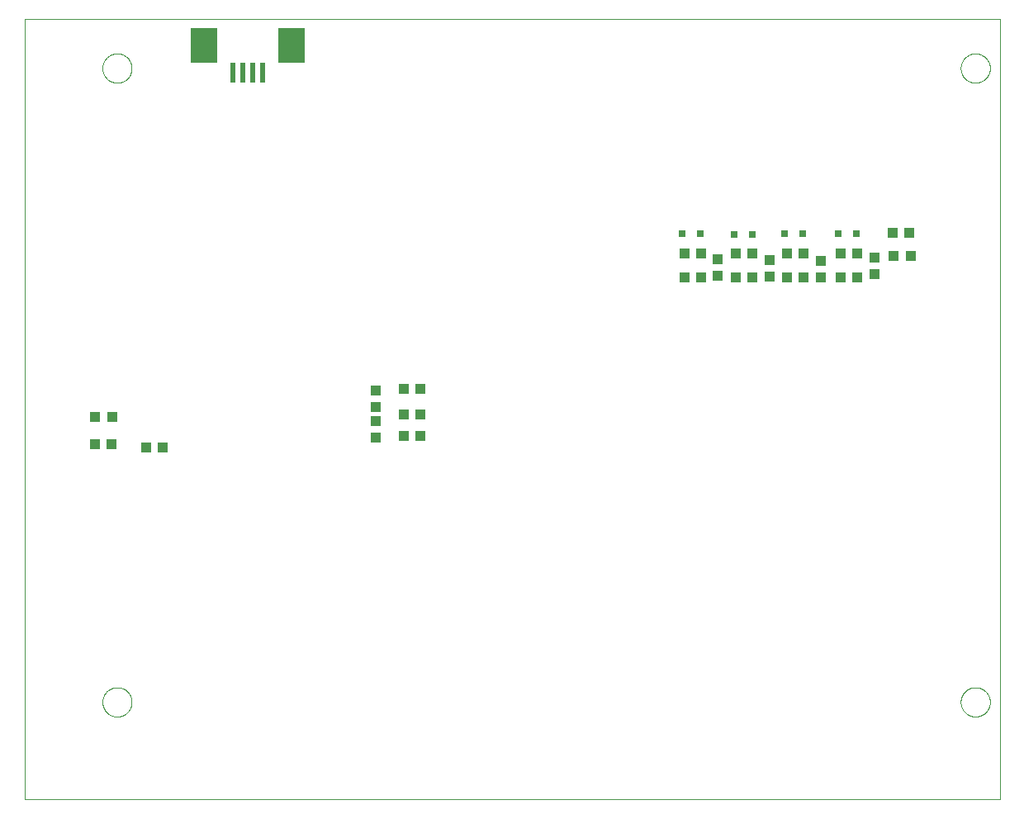
<source format=gbp>
G75*
%MOIN*%
%OFA0B0*%
%FSLAX25Y25*%
%IPPOS*%
%LPD*%
%AMOC8*
5,1,8,0,0,1.08239X$1,22.5*
%
%ADD10C,0.00000*%
%ADD11R,0.03937X0.04331*%
%ADD12R,0.04331X0.03937*%
%ADD13R,0.02400X0.07900*%
%ADD14R,0.10500X0.14200*%
%ADD15R,0.03000X0.02800*%
D10*
X0008551Y0007554D02*
X0008551Y0322514D01*
X0402252Y0322514D01*
X0402252Y0007554D01*
X0008551Y0007554D01*
X0040047Y0046924D02*
X0040049Y0047077D01*
X0040055Y0047231D01*
X0040065Y0047384D01*
X0040079Y0047536D01*
X0040097Y0047689D01*
X0040119Y0047840D01*
X0040144Y0047991D01*
X0040174Y0048142D01*
X0040208Y0048292D01*
X0040245Y0048440D01*
X0040286Y0048588D01*
X0040331Y0048734D01*
X0040380Y0048880D01*
X0040433Y0049024D01*
X0040489Y0049166D01*
X0040549Y0049307D01*
X0040613Y0049447D01*
X0040680Y0049585D01*
X0040751Y0049721D01*
X0040826Y0049855D01*
X0040903Y0049987D01*
X0040985Y0050117D01*
X0041069Y0050245D01*
X0041157Y0050371D01*
X0041248Y0050494D01*
X0041342Y0050615D01*
X0041440Y0050733D01*
X0041540Y0050849D01*
X0041644Y0050962D01*
X0041750Y0051073D01*
X0041859Y0051181D01*
X0041971Y0051286D01*
X0042085Y0051387D01*
X0042203Y0051486D01*
X0042322Y0051582D01*
X0042444Y0051675D01*
X0042569Y0051764D01*
X0042696Y0051851D01*
X0042825Y0051933D01*
X0042956Y0052013D01*
X0043089Y0052089D01*
X0043224Y0052162D01*
X0043361Y0052231D01*
X0043500Y0052296D01*
X0043640Y0052358D01*
X0043782Y0052416D01*
X0043925Y0052471D01*
X0044070Y0052522D01*
X0044216Y0052569D01*
X0044363Y0052612D01*
X0044511Y0052651D01*
X0044660Y0052687D01*
X0044810Y0052718D01*
X0044961Y0052746D01*
X0045112Y0052770D01*
X0045265Y0052790D01*
X0045417Y0052806D01*
X0045570Y0052818D01*
X0045723Y0052826D01*
X0045876Y0052830D01*
X0046030Y0052830D01*
X0046183Y0052826D01*
X0046336Y0052818D01*
X0046489Y0052806D01*
X0046641Y0052790D01*
X0046794Y0052770D01*
X0046945Y0052746D01*
X0047096Y0052718D01*
X0047246Y0052687D01*
X0047395Y0052651D01*
X0047543Y0052612D01*
X0047690Y0052569D01*
X0047836Y0052522D01*
X0047981Y0052471D01*
X0048124Y0052416D01*
X0048266Y0052358D01*
X0048406Y0052296D01*
X0048545Y0052231D01*
X0048682Y0052162D01*
X0048817Y0052089D01*
X0048950Y0052013D01*
X0049081Y0051933D01*
X0049210Y0051851D01*
X0049337Y0051764D01*
X0049462Y0051675D01*
X0049584Y0051582D01*
X0049703Y0051486D01*
X0049821Y0051387D01*
X0049935Y0051286D01*
X0050047Y0051181D01*
X0050156Y0051073D01*
X0050262Y0050962D01*
X0050366Y0050849D01*
X0050466Y0050733D01*
X0050564Y0050615D01*
X0050658Y0050494D01*
X0050749Y0050371D01*
X0050837Y0050245D01*
X0050921Y0050117D01*
X0051003Y0049987D01*
X0051080Y0049855D01*
X0051155Y0049721D01*
X0051226Y0049585D01*
X0051293Y0049447D01*
X0051357Y0049307D01*
X0051417Y0049166D01*
X0051473Y0049024D01*
X0051526Y0048880D01*
X0051575Y0048734D01*
X0051620Y0048588D01*
X0051661Y0048440D01*
X0051698Y0048292D01*
X0051732Y0048142D01*
X0051762Y0047991D01*
X0051787Y0047840D01*
X0051809Y0047689D01*
X0051827Y0047536D01*
X0051841Y0047384D01*
X0051851Y0047231D01*
X0051857Y0047077D01*
X0051859Y0046924D01*
X0051857Y0046771D01*
X0051851Y0046617D01*
X0051841Y0046464D01*
X0051827Y0046312D01*
X0051809Y0046159D01*
X0051787Y0046008D01*
X0051762Y0045857D01*
X0051732Y0045706D01*
X0051698Y0045556D01*
X0051661Y0045408D01*
X0051620Y0045260D01*
X0051575Y0045114D01*
X0051526Y0044968D01*
X0051473Y0044824D01*
X0051417Y0044682D01*
X0051357Y0044541D01*
X0051293Y0044401D01*
X0051226Y0044263D01*
X0051155Y0044127D01*
X0051080Y0043993D01*
X0051003Y0043861D01*
X0050921Y0043731D01*
X0050837Y0043603D01*
X0050749Y0043477D01*
X0050658Y0043354D01*
X0050564Y0043233D01*
X0050466Y0043115D01*
X0050366Y0042999D01*
X0050262Y0042886D01*
X0050156Y0042775D01*
X0050047Y0042667D01*
X0049935Y0042562D01*
X0049821Y0042461D01*
X0049703Y0042362D01*
X0049584Y0042266D01*
X0049462Y0042173D01*
X0049337Y0042084D01*
X0049210Y0041997D01*
X0049081Y0041915D01*
X0048950Y0041835D01*
X0048817Y0041759D01*
X0048682Y0041686D01*
X0048545Y0041617D01*
X0048406Y0041552D01*
X0048266Y0041490D01*
X0048124Y0041432D01*
X0047981Y0041377D01*
X0047836Y0041326D01*
X0047690Y0041279D01*
X0047543Y0041236D01*
X0047395Y0041197D01*
X0047246Y0041161D01*
X0047096Y0041130D01*
X0046945Y0041102D01*
X0046794Y0041078D01*
X0046641Y0041058D01*
X0046489Y0041042D01*
X0046336Y0041030D01*
X0046183Y0041022D01*
X0046030Y0041018D01*
X0045876Y0041018D01*
X0045723Y0041022D01*
X0045570Y0041030D01*
X0045417Y0041042D01*
X0045265Y0041058D01*
X0045112Y0041078D01*
X0044961Y0041102D01*
X0044810Y0041130D01*
X0044660Y0041161D01*
X0044511Y0041197D01*
X0044363Y0041236D01*
X0044216Y0041279D01*
X0044070Y0041326D01*
X0043925Y0041377D01*
X0043782Y0041432D01*
X0043640Y0041490D01*
X0043500Y0041552D01*
X0043361Y0041617D01*
X0043224Y0041686D01*
X0043089Y0041759D01*
X0042956Y0041835D01*
X0042825Y0041915D01*
X0042696Y0041997D01*
X0042569Y0042084D01*
X0042444Y0042173D01*
X0042322Y0042266D01*
X0042203Y0042362D01*
X0042085Y0042461D01*
X0041971Y0042562D01*
X0041859Y0042667D01*
X0041750Y0042775D01*
X0041644Y0042886D01*
X0041540Y0042999D01*
X0041440Y0043115D01*
X0041342Y0043233D01*
X0041248Y0043354D01*
X0041157Y0043477D01*
X0041069Y0043603D01*
X0040985Y0043731D01*
X0040903Y0043861D01*
X0040826Y0043993D01*
X0040751Y0044127D01*
X0040680Y0044263D01*
X0040613Y0044401D01*
X0040549Y0044541D01*
X0040489Y0044682D01*
X0040433Y0044824D01*
X0040380Y0044968D01*
X0040331Y0045114D01*
X0040286Y0045260D01*
X0040245Y0045408D01*
X0040208Y0045556D01*
X0040174Y0045706D01*
X0040144Y0045857D01*
X0040119Y0046008D01*
X0040097Y0046159D01*
X0040079Y0046312D01*
X0040065Y0046464D01*
X0040055Y0046617D01*
X0040049Y0046771D01*
X0040047Y0046924D01*
X0040047Y0302829D02*
X0040049Y0302982D01*
X0040055Y0303136D01*
X0040065Y0303289D01*
X0040079Y0303441D01*
X0040097Y0303594D01*
X0040119Y0303745D01*
X0040144Y0303896D01*
X0040174Y0304047D01*
X0040208Y0304197D01*
X0040245Y0304345D01*
X0040286Y0304493D01*
X0040331Y0304639D01*
X0040380Y0304785D01*
X0040433Y0304929D01*
X0040489Y0305071D01*
X0040549Y0305212D01*
X0040613Y0305352D01*
X0040680Y0305490D01*
X0040751Y0305626D01*
X0040826Y0305760D01*
X0040903Y0305892D01*
X0040985Y0306022D01*
X0041069Y0306150D01*
X0041157Y0306276D01*
X0041248Y0306399D01*
X0041342Y0306520D01*
X0041440Y0306638D01*
X0041540Y0306754D01*
X0041644Y0306867D01*
X0041750Y0306978D01*
X0041859Y0307086D01*
X0041971Y0307191D01*
X0042085Y0307292D01*
X0042203Y0307391D01*
X0042322Y0307487D01*
X0042444Y0307580D01*
X0042569Y0307669D01*
X0042696Y0307756D01*
X0042825Y0307838D01*
X0042956Y0307918D01*
X0043089Y0307994D01*
X0043224Y0308067D01*
X0043361Y0308136D01*
X0043500Y0308201D01*
X0043640Y0308263D01*
X0043782Y0308321D01*
X0043925Y0308376D01*
X0044070Y0308427D01*
X0044216Y0308474D01*
X0044363Y0308517D01*
X0044511Y0308556D01*
X0044660Y0308592D01*
X0044810Y0308623D01*
X0044961Y0308651D01*
X0045112Y0308675D01*
X0045265Y0308695D01*
X0045417Y0308711D01*
X0045570Y0308723D01*
X0045723Y0308731D01*
X0045876Y0308735D01*
X0046030Y0308735D01*
X0046183Y0308731D01*
X0046336Y0308723D01*
X0046489Y0308711D01*
X0046641Y0308695D01*
X0046794Y0308675D01*
X0046945Y0308651D01*
X0047096Y0308623D01*
X0047246Y0308592D01*
X0047395Y0308556D01*
X0047543Y0308517D01*
X0047690Y0308474D01*
X0047836Y0308427D01*
X0047981Y0308376D01*
X0048124Y0308321D01*
X0048266Y0308263D01*
X0048406Y0308201D01*
X0048545Y0308136D01*
X0048682Y0308067D01*
X0048817Y0307994D01*
X0048950Y0307918D01*
X0049081Y0307838D01*
X0049210Y0307756D01*
X0049337Y0307669D01*
X0049462Y0307580D01*
X0049584Y0307487D01*
X0049703Y0307391D01*
X0049821Y0307292D01*
X0049935Y0307191D01*
X0050047Y0307086D01*
X0050156Y0306978D01*
X0050262Y0306867D01*
X0050366Y0306754D01*
X0050466Y0306638D01*
X0050564Y0306520D01*
X0050658Y0306399D01*
X0050749Y0306276D01*
X0050837Y0306150D01*
X0050921Y0306022D01*
X0051003Y0305892D01*
X0051080Y0305760D01*
X0051155Y0305626D01*
X0051226Y0305490D01*
X0051293Y0305352D01*
X0051357Y0305212D01*
X0051417Y0305071D01*
X0051473Y0304929D01*
X0051526Y0304785D01*
X0051575Y0304639D01*
X0051620Y0304493D01*
X0051661Y0304345D01*
X0051698Y0304197D01*
X0051732Y0304047D01*
X0051762Y0303896D01*
X0051787Y0303745D01*
X0051809Y0303594D01*
X0051827Y0303441D01*
X0051841Y0303289D01*
X0051851Y0303136D01*
X0051857Y0302982D01*
X0051859Y0302829D01*
X0051857Y0302676D01*
X0051851Y0302522D01*
X0051841Y0302369D01*
X0051827Y0302217D01*
X0051809Y0302064D01*
X0051787Y0301913D01*
X0051762Y0301762D01*
X0051732Y0301611D01*
X0051698Y0301461D01*
X0051661Y0301313D01*
X0051620Y0301165D01*
X0051575Y0301019D01*
X0051526Y0300873D01*
X0051473Y0300729D01*
X0051417Y0300587D01*
X0051357Y0300446D01*
X0051293Y0300306D01*
X0051226Y0300168D01*
X0051155Y0300032D01*
X0051080Y0299898D01*
X0051003Y0299766D01*
X0050921Y0299636D01*
X0050837Y0299508D01*
X0050749Y0299382D01*
X0050658Y0299259D01*
X0050564Y0299138D01*
X0050466Y0299020D01*
X0050366Y0298904D01*
X0050262Y0298791D01*
X0050156Y0298680D01*
X0050047Y0298572D01*
X0049935Y0298467D01*
X0049821Y0298366D01*
X0049703Y0298267D01*
X0049584Y0298171D01*
X0049462Y0298078D01*
X0049337Y0297989D01*
X0049210Y0297902D01*
X0049081Y0297820D01*
X0048950Y0297740D01*
X0048817Y0297664D01*
X0048682Y0297591D01*
X0048545Y0297522D01*
X0048406Y0297457D01*
X0048266Y0297395D01*
X0048124Y0297337D01*
X0047981Y0297282D01*
X0047836Y0297231D01*
X0047690Y0297184D01*
X0047543Y0297141D01*
X0047395Y0297102D01*
X0047246Y0297066D01*
X0047096Y0297035D01*
X0046945Y0297007D01*
X0046794Y0296983D01*
X0046641Y0296963D01*
X0046489Y0296947D01*
X0046336Y0296935D01*
X0046183Y0296927D01*
X0046030Y0296923D01*
X0045876Y0296923D01*
X0045723Y0296927D01*
X0045570Y0296935D01*
X0045417Y0296947D01*
X0045265Y0296963D01*
X0045112Y0296983D01*
X0044961Y0297007D01*
X0044810Y0297035D01*
X0044660Y0297066D01*
X0044511Y0297102D01*
X0044363Y0297141D01*
X0044216Y0297184D01*
X0044070Y0297231D01*
X0043925Y0297282D01*
X0043782Y0297337D01*
X0043640Y0297395D01*
X0043500Y0297457D01*
X0043361Y0297522D01*
X0043224Y0297591D01*
X0043089Y0297664D01*
X0042956Y0297740D01*
X0042825Y0297820D01*
X0042696Y0297902D01*
X0042569Y0297989D01*
X0042444Y0298078D01*
X0042322Y0298171D01*
X0042203Y0298267D01*
X0042085Y0298366D01*
X0041971Y0298467D01*
X0041859Y0298572D01*
X0041750Y0298680D01*
X0041644Y0298791D01*
X0041540Y0298904D01*
X0041440Y0299020D01*
X0041342Y0299138D01*
X0041248Y0299259D01*
X0041157Y0299382D01*
X0041069Y0299508D01*
X0040985Y0299636D01*
X0040903Y0299766D01*
X0040826Y0299898D01*
X0040751Y0300032D01*
X0040680Y0300168D01*
X0040613Y0300306D01*
X0040549Y0300446D01*
X0040489Y0300587D01*
X0040433Y0300729D01*
X0040380Y0300873D01*
X0040331Y0301019D01*
X0040286Y0301165D01*
X0040245Y0301313D01*
X0040208Y0301461D01*
X0040174Y0301611D01*
X0040144Y0301762D01*
X0040119Y0301913D01*
X0040097Y0302064D01*
X0040079Y0302217D01*
X0040065Y0302369D01*
X0040055Y0302522D01*
X0040049Y0302676D01*
X0040047Y0302829D01*
X0386503Y0302829D02*
X0386505Y0302982D01*
X0386511Y0303136D01*
X0386521Y0303289D01*
X0386535Y0303441D01*
X0386553Y0303594D01*
X0386575Y0303745D01*
X0386600Y0303896D01*
X0386630Y0304047D01*
X0386664Y0304197D01*
X0386701Y0304345D01*
X0386742Y0304493D01*
X0386787Y0304639D01*
X0386836Y0304785D01*
X0386889Y0304929D01*
X0386945Y0305071D01*
X0387005Y0305212D01*
X0387069Y0305352D01*
X0387136Y0305490D01*
X0387207Y0305626D01*
X0387282Y0305760D01*
X0387359Y0305892D01*
X0387441Y0306022D01*
X0387525Y0306150D01*
X0387613Y0306276D01*
X0387704Y0306399D01*
X0387798Y0306520D01*
X0387896Y0306638D01*
X0387996Y0306754D01*
X0388100Y0306867D01*
X0388206Y0306978D01*
X0388315Y0307086D01*
X0388427Y0307191D01*
X0388541Y0307292D01*
X0388659Y0307391D01*
X0388778Y0307487D01*
X0388900Y0307580D01*
X0389025Y0307669D01*
X0389152Y0307756D01*
X0389281Y0307838D01*
X0389412Y0307918D01*
X0389545Y0307994D01*
X0389680Y0308067D01*
X0389817Y0308136D01*
X0389956Y0308201D01*
X0390096Y0308263D01*
X0390238Y0308321D01*
X0390381Y0308376D01*
X0390526Y0308427D01*
X0390672Y0308474D01*
X0390819Y0308517D01*
X0390967Y0308556D01*
X0391116Y0308592D01*
X0391266Y0308623D01*
X0391417Y0308651D01*
X0391568Y0308675D01*
X0391721Y0308695D01*
X0391873Y0308711D01*
X0392026Y0308723D01*
X0392179Y0308731D01*
X0392332Y0308735D01*
X0392486Y0308735D01*
X0392639Y0308731D01*
X0392792Y0308723D01*
X0392945Y0308711D01*
X0393097Y0308695D01*
X0393250Y0308675D01*
X0393401Y0308651D01*
X0393552Y0308623D01*
X0393702Y0308592D01*
X0393851Y0308556D01*
X0393999Y0308517D01*
X0394146Y0308474D01*
X0394292Y0308427D01*
X0394437Y0308376D01*
X0394580Y0308321D01*
X0394722Y0308263D01*
X0394862Y0308201D01*
X0395001Y0308136D01*
X0395138Y0308067D01*
X0395273Y0307994D01*
X0395406Y0307918D01*
X0395537Y0307838D01*
X0395666Y0307756D01*
X0395793Y0307669D01*
X0395918Y0307580D01*
X0396040Y0307487D01*
X0396159Y0307391D01*
X0396277Y0307292D01*
X0396391Y0307191D01*
X0396503Y0307086D01*
X0396612Y0306978D01*
X0396718Y0306867D01*
X0396822Y0306754D01*
X0396922Y0306638D01*
X0397020Y0306520D01*
X0397114Y0306399D01*
X0397205Y0306276D01*
X0397293Y0306150D01*
X0397377Y0306022D01*
X0397459Y0305892D01*
X0397536Y0305760D01*
X0397611Y0305626D01*
X0397682Y0305490D01*
X0397749Y0305352D01*
X0397813Y0305212D01*
X0397873Y0305071D01*
X0397929Y0304929D01*
X0397982Y0304785D01*
X0398031Y0304639D01*
X0398076Y0304493D01*
X0398117Y0304345D01*
X0398154Y0304197D01*
X0398188Y0304047D01*
X0398218Y0303896D01*
X0398243Y0303745D01*
X0398265Y0303594D01*
X0398283Y0303441D01*
X0398297Y0303289D01*
X0398307Y0303136D01*
X0398313Y0302982D01*
X0398315Y0302829D01*
X0398313Y0302676D01*
X0398307Y0302522D01*
X0398297Y0302369D01*
X0398283Y0302217D01*
X0398265Y0302064D01*
X0398243Y0301913D01*
X0398218Y0301762D01*
X0398188Y0301611D01*
X0398154Y0301461D01*
X0398117Y0301313D01*
X0398076Y0301165D01*
X0398031Y0301019D01*
X0397982Y0300873D01*
X0397929Y0300729D01*
X0397873Y0300587D01*
X0397813Y0300446D01*
X0397749Y0300306D01*
X0397682Y0300168D01*
X0397611Y0300032D01*
X0397536Y0299898D01*
X0397459Y0299766D01*
X0397377Y0299636D01*
X0397293Y0299508D01*
X0397205Y0299382D01*
X0397114Y0299259D01*
X0397020Y0299138D01*
X0396922Y0299020D01*
X0396822Y0298904D01*
X0396718Y0298791D01*
X0396612Y0298680D01*
X0396503Y0298572D01*
X0396391Y0298467D01*
X0396277Y0298366D01*
X0396159Y0298267D01*
X0396040Y0298171D01*
X0395918Y0298078D01*
X0395793Y0297989D01*
X0395666Y0297902D01*
X0395537Y0297820D01*
X0395406Y0297740D01*
X0395273Y0297664D01*
X0395138Y0297591D01*
X0395001Y0297522D01*
X0394862Y0297457D01*
X0394722Y0297395D01*
X0394580Y0297337D01*
X0394437Y0297282D01*
X0394292Y0297231D01*
X0394146Y0297184D01*
X0393999Y0297141D01*
X0393851Y0297102D01*
X0393702Y0297066D01*
X0393552Y0297035D01*
X0393401Y0297007D01*
X0393250Y0296983D01*
X0393097Y0296963D01*
X0392945Y0296947D01*
X0392792Y0296935D01*
X0392639Y0296927D01*
X0392486Y0296923D01*
X0392332Y0296923D01*
X0392179Y0296927D01*
X0392026Y0296935D01*
X0391873Y0296947D01*
X0391721Y0296963D01*
X0391568Y0296983D01*
X0391417Y0297007D01*
X0391266Y0297035D01*
X0391116Y0297066D01*
X0390967Y0297102D01*
X0390819Y0297141D01*
X0390672Y0297184D01*
X0390526Y0297231D01*
X0390381Y0297282D01*
X0390238Y0297337D01*
X0390096Y0297395D01*
X0389956Y0297457D01*
X0389817Y0297522D01*
X0389680Y0297591D01*
X0389545Y0297664D01*
X0389412Y0297740D01*
X0389281Y0297820D01*
X0389152Y0297902D01*
X0389025Y0297989D01*
X0388900Y0298078D01*
X0388778Y0298171D01*
X0388659Y0298267D01*
X0388541Y0298366D01*
X0388427Y0298467D01*
X0388315Y0298572D01*
X0388206Y0298680D01*
X0388100Y0298791D01*
X0387996Y0298904D01*
X0387896Y0299020D01*
X0387798Y0299138D01*
X0387704Y0299259D01*
X0387613Y0299382D01*
X0387525Y0299508D01*
X0387441Y0299636D01*
X0387359Y0299766D01*
X0387282Y0299898D01*
X0387207Y0300032D01*
X0387136Y0300168D01*
X0387069Y0300306D01*
X0387005Y0300446D01*
X0386945Y0300587D01*
X0386889Y0300729D01*
X0386836Y0300873D01*
X0386787Y0301019D01*
X0386742Y0301165D01*
X0386701Y0301313D01*
X0386664Y0301461D01*
X0386630Y0301611D01*
X0386600Y0301762D01*
X0386575Y0301913D01*
X0386553Y0302064D01*
X0386535Y0302217D01*
X0386521Y0302369D01*
X0386511Y0302522D01*
X0386505Y0302676D01*
X0386503Y0302829D01*
X0386503Y0046924D02*
X0386505Y0047077D01*
X0386511Y0047231D01*
X0386521Y0047384D01*
X0386535Y0047536D01*
X0386553Y0047689D01*
X0386575Y0047840D01*
X0386600Y0047991D01*
X0386630Y0048142D01*
X0386664Y0048292D01*
X0386701Y0048440D01*
X0386742Y0048588D01*
X0386787Y0048734D01*
X0386836Y0048880D01*
X0386889Y0049024D01*
X0386945Y0049166D01*
X0387005Y0049307D01*
X0387069Y0049447D01*
X0387136Y0049585D01*
X0387207Y0049721D01*
X0387282Y0049855D01*
X0387359Y0049987D01*
X0387441Y0050117D01*
X0387525Y0050245D01*
X0387613Y0050371D01*
X0387704Y0050494D01*
X0387798Y0050615D01*
X0387896Y0050733D01*
X0387996Y0050849D01*
X0388100Y0050962D01*
X0388206Y0051073D01*
X0388315Y0051181D01*
X0388427Y0051286D01*
X0388541Y0051387D01*
X0388659Y0051486D01*
X0388778Y0051582D01*
X0388900Y0051675D01*
X0389025Y0051764D01*
X0389152Y0051851D01*
X0389281Y0051933D01*
X0389412Y0052013D01*
X0389545Y0052089D01*
X0389680Y0052162D01*
X0389817Y0052231D01*
X0389956Y0052296D01*
X0390096Y0052358D01*
X0390238Y0052416D01*
X0390381Y0052471D01*
X0390526Y0052522D01*
X0390672Y0052569D01*
X0390819Y0052612D01*
X0390967Y0052651D01*
X0391116Y0052687D01*
X0391266Y0052718D01*
X0391417Y0052746D01*
X0391568Y0052770D01*
X0391721Y0052790D01*
X0391873Y0052806D01*
X0392026Y0052818D01*
X0392179Y0052826D01*
X0392332Y0052830D01*
X0392486Y0052830D01*
X0392639Y0052826D01*
X0392792Y0052818D01*
X0392945Y0052806D01*
X0393097Y0052790D01*
X0393250Y0052770D01*
X0393401Y0052746D01*
X0393552Y0052718D01*
X0393702Y0052687D01*
X0393851Y0052651D01*
X0393999Y0052612D01*
X0394146Y0052569D01*
X0394292Y0052522D01*
X0394437Y0052471D01*
X0394580Y0052416D01*
X0394722Y0052358D01*
X0394862Y0052296D01*
X0395001Y0052231D01*
X0395138Y0052162D01*
X0395273Y0052089D01*
X0395406Y0052013D01*
X0395537Y0051933D01*
X0395666Y0051851D01*
X0395793Y0051764D01*
X0395918Y0051675D01*
X0396040Y0051582D01*
X0396159Y0051486D01*
X0396277Y0051387D01*
X0396391Y0051286D01*
X0396503Y0051181D01*
X0396612Y0051073D01*
X0396718Y0050962D01*
X0396822Y0050849D01*
X0396922Y0050733D01*
X0397020Y0050615D01*
X0397114Y0050494D01*
X0397205Y0050371D01*
X0397293Y0050245D01*
X0397377Y0050117D01*
X0397459Y0049987D01*
X0397536Y0049855D01*
X0397611Y0049721D01*
X0397682Y0049585D01*
X0397749Y0049447D01*
X0397813Y0049307D01*
X0397873Y0049166D01*
X0397929Y0049024D01*
X0397982Y0048880D01*
X0398031Y0048734D01*
X0398076Y0048588D01*
X0398117Y0048440D01*
X0398154Y0048292D01*
X0398188Y0048142D01*
X0398218Y0047991D01*
X0398243Y0047840D01*
X0398265Y0047689D01*
X0398283Y0047536D01*
X0398297Y0047384D01*
X0398307Y0047231D01*
X0398313Y0047077D01*
X0398315Y0046924D01*
X0398313Y0046771D01*
X0398307Y0046617D01*
X0398297Y0046464D01*
X0398283Y0046312D01*
X0398265Y0046159D01*
X0398243Y0046008D01*
X0398218Y0045857D01*
X0398188Y0045706D01*
X0398154Y0045556D01*
X0398117Y0045408D01*
X0398076Y0045260D01*
X0398031Y0045114D01*
X0397982Y0044968D01*
X0397929Y0044824D01*
X0397873Y0044682D01*
X0397813Y0044541D01*
X0397749Y0044401D01*
X0397682Y0044263D01*
X0397611Y0044127D01*
X0397536Y0043993D01*
X0397459Y0043861D01*
X0397377Y0043731D01*
X0397293Y0043603D01*
X0397205Y0043477D01*
X0397114Y0043354D01*
X0397020Y0043233D01*
X0396922Y0043115D01*
X0396822Y0042999D01*
X0396718Y0042886D01*
X0396612Y0042775D01*
X0396503Y0042667D01*
X0396391Y0042562D01*
X0396277Y0042461D01*
X0396159Y0042362D01*
X0396040Y0042266D01*
X0395918Y0042173D01*
X0395793Y0042084D01*
X0395666Y0041997D01*
X0395537Y0041915D01*
X0395406Y0041835D01*
X0395273Y0041759D01*
X0395138Y0041686D01*
X0395001Y0041617D01*
X0394862Y0041552D01*
X0394722Y0041490D01*
X0394580Y0041432D01*
X0394437Y0041377D01*
X0394292Y0041326D01*
X0394146Y0041279D01*
X0393999Y0041236D01*
X0393851Y0041197D01*
X0393702Y0041161D01*
X0393552Y0041130D01*
X0393401Y0041102D01*
X0393250Y0041078D01*
X0393097Y0041058D01*
X0392945Y0041042D01*
X0392792Y0041030D01*
X0392639Y0041022D01*
X0392486Y0041018D01*
X0392332Y0041018D01*
X0392179Y0041022D01*
X0392026Y0041030D01*
X0391873Y0041042D01*
X0391721Y0041058D01*
X0391568Y0041078D01*
X0391417Y0041102D01*
X0391266Y0041130D01*
X0391116Y0041161D01*
X0390967Y0041197D01*
X0390819Y0041236D01*
X0390672Y0041279D01*
X0390526Y0041326D01*
X0390381Y0041377D01*
X0390238Y0041432D01*
X0390096Y0041490D01*
X0389956Y0041552D01*
X0389817Y0041617D01*
X0389680Y0041686D01*
X0389545Y0041759D01*
X0389412Y0041835D01*
X0389281Y0041915D01*
X0389152Y0041997D01*
X0389025Y0042084D01*
X0388900Y0042173D01*
X0388778Y0042266D01*
X0388659Y0042362D01*
X0388541Y0042461D01*
X0388427Y0042562D01*
X0388315Y0042667D01*
X0388206Y0042775D01*
X0388100Y0042886D01*
X0387996Y0042999D01*
X0387896Y0043115D01*
X0387798Y0043233D01*
X0387704Y0043354D01*
X0387613Y0043477D01*
X0387525Y0043603D01*
X0387441Y0043731D01*
X0387359Y0043861D01*
X0387282Y0043993D01*
X0387207Y0044127D01*
X0387136Y0044263D01*
X0387069Y0044401D01*
X0387005Y0044541D01*
X0386945Y0044682D01*
X0386889Y0044824D01*
X0386836Y0044968D01*
X0386787Y0045114D01*
X0386742Y0045260D01*
X0386701Y0045408D01*
X0386664Y0045556D01*
X0386630Y0045706D01*
X0386600Y0045857D01*
X0386575Y0046008D01*
X0386553Y0046159D01*
X0386535Y0046312D01*
X0386521Y0046464D01*
X0386511Y0046617D01*
X0386505Y0046771D01*
X0386503Y0046924D01*
D11*
X0344575Y0218184D03*
X0337882Y0218184D03*
X0322921Y0218184D03*
X0316228Y0218184D03*
X0302252Y0218184D03*
X0295559Y0218184D03*
X0281583Y0218184D03*
X0274890Y0218184D03*
X0359535Y0227042D03*
X0366228Y0227042D03*
X0150283Y0172564D03*
X0150283Y0165871D03*
X0150283Y0160507D03*
X0150283Y0153814D03*
X0043827Y0151136D03*
X0037134Y0151136D03*
X0037193Y0162081D03*
X0043886Y0162081D03*
D12*
X0057803Y0149601D03*
X0064496Y0149601D03*
X0161701Y0154207D03*
X0168394Y0154207D03*
X0168394Y0163066D03*
X0161701Y0163066D03*
X0161701Y0173400D03*
X0168394Y0173400D03*
X0274890Y0228026D03*
X0281583Y0228026D03*
X0288472Y0225664D03*
X0288472Y0218971D03*
X0295559Y0228026D03*
X0302252Y0228026D03*
X0309240Y0225467D03*
X0309240Y0218774D03*
X0316228Y0228026D03*
X0322921Y0228026D03*
X0329909Y0224975D03*
X0329909Y0218282D03*
X0337882Y0228026D03*
X0344575Y0228026D03*
X0351563Y0226451D03*
X0351563Y0219759D03*
X0359043Y0236392D03*
X0365736Y0236392D03*
D13*
X0104614Y0300894D03*
X0100677Y0300894D03*
X0096740Y0300894D03*
X0092803Y0300894D03*
D14*
X0081059Y0311944D03*
X0116359Y0311944D03*
D15*
X0273996Y0235900D03*
X0281296Y0235900D03*
X0295059Y0235703D03*
X0302359Y0235703D03*
X0315531Y0236097D03*
X0322831Y0236097D03*
X0337185Y0235900D03*
X0344485Y0235900D03*
M02*

</source>
